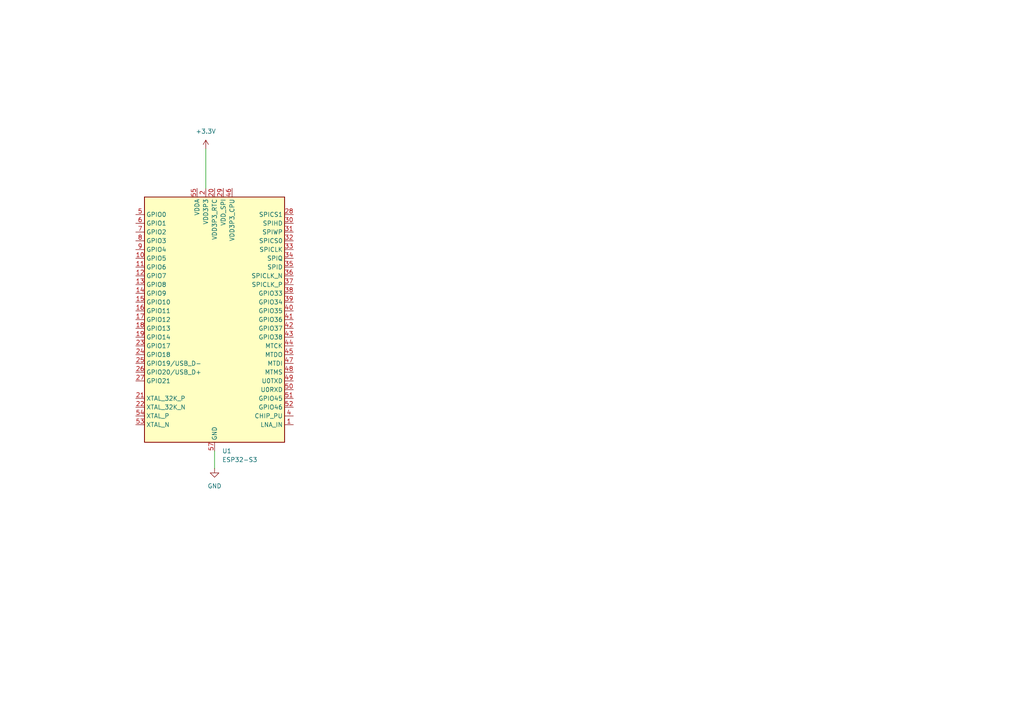
<source format=kicad_sch>
(kicad_sch (version 20231120) (generator "eeschema") (generator_version "8.0")
  (paper "A4")
  (lib_symbols
    (symbol "MCU_Espressif:ESP32-S3"
      (property "Reference" "U" (at 10.16 -38.1 0))
      (property "Value" "ESP32-S3" (at 13.97 -40.64 0))
      (symbol "ESP32-S3_0_1"
        (rectangle (start -20.32 35.56) (end 20.32 -35.56) (stroke (width 0.254)) (fill (type background)))
      )
      (symbol "ESP32-S3_1_0"
        (pin bidirectional line (at 22.86 12.7 180) (length 2.54) (name "SPICLK_N") (number "36"))
        (pin bidirectional line (at 22.86 -10.16 180) (length 2.54) (name "MTDO") (number "45"))
        (pin bidirectional line (at 22.86 -22.86 180) (length 2.54) (name "GPIO45") (number "51"))
        (pin passive line (at -5.08 38.1 270) (length 2.54) hide (name "VDDA") (number "56"))
      )
      (symbol "ESP32-S3_1_1"
        (pin bidirectional line (at 22.86 -30.48 180) (length 2.54) (name "LNA_IN") (number "1"))
        (pin bidirectional line (at -22.86 17.78 0) (length 2.54) (name "GPIO5") (number "10"))
        (pin bidirectional line (at -22.86 15.24 0) (length 2.54) (name "GPIO6") (number "11"))
        (pin bidirectional line (at -22.86 12.7 0) (length 2.54) (name "GPIO7") (number "12"))
        (pin bidirectional line (at -22.86 10.16 0) (length 2.54) (name "GPIO8") (number "13"))
        (pin bidirectional line (at -22.86 7.62 0) (length 2.54) (name "GPIO9") (number "14"))
        (pin bidirectional line (at -22.86 5.08 0) (length 2.54) (name "GPIO10") (number "15"))
        (pin bidirectional line (at -22.86 2.54 0) (length 2.54) (name "GPIO11") (number "16"))
        (pin bidirectional line (at -22.86 0 0) (length 2.54) (name "GPIO12") (number "17"))
        (pin bidirectional line (at -22.86 -2.54 0) (length 2.54) (name "GPIO13") (number "18"))
        (pin bidirectional line (at -22.86 -5.08 0) (length 2.54) (name "GPIO14") (number "19"))
        (pin power_in line (at -2.54 38.1 270) (length 2.54) (name "VDD3P3") (number "2"))
        (pin power_in line (at 0 38.1 270) (length 2.54) (name "VDD3P3_RTC") (number "20"))
        (pin passive line (at -22.86 -22.86 0) (length 2.54) (name "XTAL_32K_P") (number "21"))
        (pin passive line (at -22.86 -25.4 0) (length 2.54) (name "XTAL_32K_N") (number "22"))
        (pin bidirectional line (at -22.86 -7.62 0) (length 2.54) (name "GPIO17") (number "23"))
        (pin bidirectional line (at -22.86 -10.16 0) (length 2.54) (name "GPIO18") (number "24"))
        (pin bidirectional line (at -22.86 -12.7 0) (length 2.54) (name "GPIO19/USB_D-") (number "25"))
        (pin bidirectional line (at -22.86 -15.24 0) (length 2.54) (name "GPIO20/USB_D+") (number "26"))
        (pin bidirectional line (at -22.86 -17.78 0) (length 2.54) (name "GPIO21") (number "27"))
        (pin bidirectional line (at 22.86 30.48 180) (length 2.54) (name "SPICS1") (number "28"))
        (pin power_in line (at 2.54 38.1 270) (length 2.54) (name "VDD_SPI") (number "29"))
        (pin passive line (at -2.54 38.1 270) (length 2.54) hide (name "VDD3P3") (number "3"))
        (pin bidirectional line (at 22.86 27.94 180) (length 2.54) (name "SPIHD") (number "30"))
        (pin bidirectional line (at 22.86 25.4 180) (length 2.54) (name "SPIWP") (number "31"))
        (pin bidirectional line (at 22.86 22.86 180) (length 2.54) (name "SPICS0") (number "32"))
        (pin bidirectional line (at 22.86 20.32 180) (length 2.54) (name "SPICLK") (number "33"))
        (pin bidirectional line (at 22.86 17.78 180) (length 2.54) (name "SPIQ") (number "34"))
        (pin bidirectional line (at 22.86 15.24 180) (length 2.54) (name "SPID") (number "35"))
        (pin bidirectional line (at 22.86 10.16 180) (length 2.54) (name "SPICLK_P") (number "37"))
        (pin bidirectional line (at 22.86 7.62 180) (length 2.54) (name "GPIO33") (number "38"))
        (pin bidirectional line (at 22.86 5.08 180) (length 2.54) (name "GPIO34") (number "39"))
        (pin input line (at 22.86 -27.94 180) (length 2.54) (name "CHIP_PU") (number "4"))
        (pin bidirectional line (at 22.86 2.54 180) (length 2.54) (name "GPIO35") (number "40"))
        (pin bidirectional line (at 22.86 0 180) (length 2.54) (name "GPIO36") (number "41"))
        (pin bidirectional line (at 22.86 -2.54 180) (length 2.54) (name "GPIO37") (number "42"))
        (pin bidirectional line (at 22.86 -5.08 180) (length 2.54) (name "GPIO38") (number "43"))
        (pin bidirectional line (at 22.86 -7.62 180) (length 2.54) (name "MTCK") (number "44"))
        (pin power_in line (at 5.08 38.1 270) (length 2.54) (name "VDD3P3_CPU") (number "46"))
        (pin bidirectional line (at 22.86 -12.7 180) (length 2.54) (name "MTDI") (number "47"))
        (pin bidirectional line (at 22.86 -15.24 180) (length 2.54) (name "MTMS") (number "48"))
        (pin bidirectional line (at 22.86 -17.78 180) (length 2.54) (name "U0TXD") (number "49"))
        (pin bidirectional line (at -22.86 30.48 0) (length 2.54) (name "GPIO0") (number "5"))
        (pin bidirectional line (at 22.86 -20.32 180) (length 2.54) (name "U0RXD") (number "50"))
        (pin bidirectional line (at 22.86 -25.4 180) (length 2.54) (name "GPIO46") (number "52"))
        (pin output line (at -22.86 -30.48 0) (length 2.54) (name "XTAL_N") (number "53"))
        (pin input line (at -22.86 -27.94 0) (length 2.54) (name "XTAL_P") (number "54"))
        (pin power_in line (at -5.08 38.1 270) (length 2.54) (name "VDDA") (number "55"))
        (pin power_in line (at 0 -38.1 90) (length 2.54) (name "GND") (number "57"))
        (pin bidirectional line (at -22.86 27.94 0) (length 2.54) (name "GPIO1") (number "6"))
        (pin bidirectional line (at -22.86 25.4 0) (length 2.54) (name "GPIO2") (number "7"))
        (pin bidirectional line (at -22.86 22.86 0) (length 2.54) (name "GPIO3") (number "8"))
        (pin bidirectional line (at -22.86 20.32 0) (length 2.54) (name "GPIO4") (number "9"))
      )
    )
    (symbol "power:+3.3V" (power) (pin_numbers hide) (pin_names (offset 0) hide)
      (property "Value" "+3.3V" (at 0 3.556 0))
      (symbol "+3.3V_0_1"
        (polyline (pts (xy -0.762 1.27) (xy 0 2.54)))
        (polyline (pts (xy 0 0) (xy 0 2.54)))
        (polyline (pts (xy 0 2.54) (xy 0.762 1.27)))
      )
      (symbol "+3.3V_1_1"
        (pin power_in line (at 0 0 90) (length 0) (name "~") (number "1"))
      )
    )
    (symbol "power:GND" (power) (pin_numbers hide) (pin_names (offset 0) hide)
      (property "Value" "GND" (at 0 -3.81 0))
      (symbol "GND_0_1"
        (polyline (pts (xy 0 0) (xy 0 -1.27) (xy 1.27 -1.27) (xy 0 -2.54) (xy -1.27 -1.27) (xy 0 -1.27)))
      )
      (symbol "GND_1_1"
        (pin power_in line (at 0 0 270) (length 0) (name "~") (number "1"))
      )
    )
  )
  (wire (pts (xy 59.69 43.18) (xy 59.69 54.61)))
  (wire (pts (xy 62.23 130.81) (xy 62.23 135.89)))
  (symbol (lib_id "MCU_Espressif:ESP32-S3") (at 62.23 92.71 0) (unit 1)
    (property "Reference" "U1" (at 64.4241 130.81 0) (effects (justify left)))
    (property "Value" "ESP32-S3" (at 64.4241 133.35 0) (effects (justify left)))
    (property "Footprint" "Package_DFN_QFN:QFN-56-1EP_7x7mm_P0.4mm_EP4x4mm" (effects (hide yes)))
    (property "Datasheet" "https://www.espressif.com/sites/default/files/documentation/esp32-s3_datasheet_en.pdf" (effects (hide yes)))
    (property "Description" "Microcontroller, Wi-Fi 802.11b/g/n, Bluetooth, 32bit" (effects (hide yes)))
  )
  (symbol (lib_id "power:+3.3V") (at 59.69 43.18 0) (unit 1)
    (property "Reference" "#PWR02" (effects (hide yes)))
    (property "Value" "+3.3V" (at 59.69 38.1 0))
    (property "Description" "Power symbol creates a global label with name \"+3.3V\"" (effects (hide yes)))
  )
  (symbol (lib_id "power:GND") (at 62.23 135.89 0) (unit 1)
    (property "Reference" "#PWR01" (effects (hide yes)))
    (property "Value" "GND" (at 62.23 140.97 0))
    (property "Description" "Power symbol creates a global label with name \"GND\" , ground" (effects (hide yes)))
  )
)
</source>
